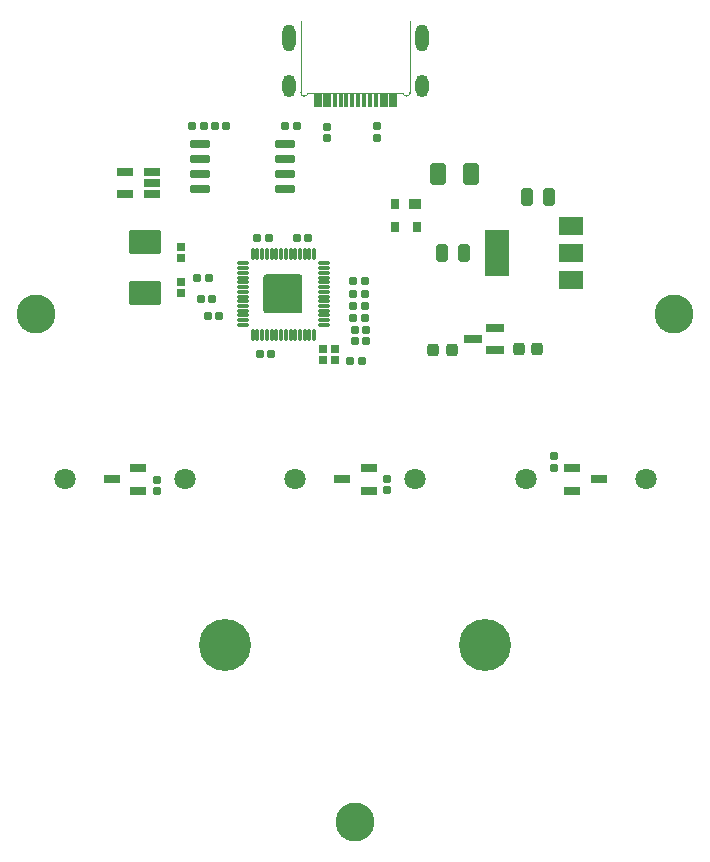
<source format=gbr>
%TF.GenerationSoftware,KiCad,Pcbnew,(7.0.0-0)*%
%TF.CreationDate,2023-03-14T22:07:24-05:00*%
%TF.ProjectId,RP2040_minimal,52503230-3430-45f6-9d69-6e696d616c2e,REV1*%
%TF.SameCoordinates,Original*%
%TF.FileFunction,Soldermask,Top*%
%TF.FilePolarity,Negative*%
%FSLAX46Y46*%
G04 Gerber Fmt 4.6, Leading zero omitted, Abs format (unit mm)*
G04 Created by KiCad (PCBNEW (7.0.0-0)) date 2023-03-14 22:07:24*
%MOMM*%
%LPD*%
G01*
G04 APERTURE LIST*
G04 Aperture macros list*
%AMRoundRect*
0 Rectangle with rounded corners*
0 $1 Rounding radius*
0 $2 $3 $4 $5 $6 $7 $8 $9 X,Y pos of 4 corners*
0 Add a 4 corners polygon primitive as box body*
4,1,4,$2,$3,$4,$5,$6,$7,$8,$9,$2,$3,0*
0 Add four circle primitives for the rounded corners*
1,1,$1+$1,$2,$3*
1,1,$1+$1,$4,$5*
1,1,$1+$1,$6,$7*
1,1,$1+$1,$8,$9*
0 Add four rect primitives between the rounded corners*
20,1,$1+$1,$2,$3,$4,$5,0*
20,1,$1+$1,$4,$5,$6,$7,0*
20,1,$1+$1,$6,$7,$8,$9,0*
20,1,$1+$1,$8,$9,$2,$3,0*%
G04 Aperture macros list end*
%TA.AperFunction,Profile*%
%ADD10C,0.120000*%
%TD*%
%ADD11RoundRect,0.294750X0.243750X0.456250X-0.243750X0.456250X-0.243750X-0.456250X0.243750X-0.456250X0*%
%ADD12RoundRect,0.198500X-0.147500X-0.172500X0.147500X-0.172500X0.147500X0.172500X-0.147500X0.172500X0*%
%ADD13RoundRect,0.198500X0.147500X0.172500X-0.147500X0.172500X-0.147500X-0.172500X0.147500X-0.172500X0*%
%ADD14RoundRect,0.051000X1.000000X0.750000X-1.000000X0.750000X-1.000000X-0.750000X1.000000X-0.750000X0*%
%ADD15RoundRect,0.051000X1.000000X1.900000X-1.000000X1.900000X-1.000000X-1.900000X1.000000X-1.900000X0*%
%ADD16RoundRect,0.201000X-0.650000X-0.150000X0.650000X-0.150000X0.650000X0.150000X-0.650000X0.150000X0*%
%ADD17RoundRect,0.198500X-0.172500X0.147500X-0.172500X-0.147500X0.172500X-0.147500X0.172500X0.147500X0*%
%ADD18RoundRect,0.101000X-0.050000X0.387500X-0.050000X-0.387500X0.050000X-0.387500X0.050000X0.387500X0*%
%ADD19RoundRect,0.101000X-0.387500X0.050000X-0.387500X-0.050000X0.387500X-0.050000X0.387500X0.050000X0*%
%ADD20RoundRect,0.195000X-1.456000X1.456000X-1.456000X-1.456000X1.456000X-1.456000X1.456000X1.456000X0*%
%ADD21RoundRect,0.198500X0.172500X-0.147500X0.172500X0.147500X-0.172500X0.147500X-0.172500X-0.147500X0*%
%ADD22RoundRect,0.051000X-1.300000X0.950000X-1.300000X-0.950000X1.300000X-0.950000X1.300000X0.950000X0*%
%ADD23RoundRect,0.191000X0.140000X0.170000X-0.140000X0.170000X-0.140000X-0.170000X0.140000X-0.170000X0*%
%ADD24RoundRect,0.201000X0.512500X0.150000X-0.512500X0.150000X-0.512500X-0.150000X0.512500X-0.150000X0*%
%ADD25RoundRect,0.276000X0.225000X0.250000X-0.225000X0.250000X-0.225000X-0.250000X0.225000X-0.250000X0*%
%ADD26RoundRect,0.201000X-0.512500X-0.150000X0.512500X-0.150000X0.512500X0.150000X-0.512500X0.150000X0*%
%ADD27RoundRect,0.050000X0.500000X0.350000X-0.500000X0.350000X-0.500000X-0.350000X0.500000X-0.350000X0*%
%ADD28RoundRect,0.050000X0.300000X0.350000X-0.300000X0.350000X-0.300000X-0.350000X0.300000X-0.350000X0*%
%ADD29RoundRect,0.201000X0.587500X0.150000X-0.587500X0.150000X-0.587500X-0.150000X0.587500X-0.150000X0*%
%ADD30RoundRect,0.191000X-0.170000X0.140000X-0.170000X-0.140000X0.170000X-0.140000X0.170000X0.140000X0*%
%ADD31RoundRect,0.191000X-0.140000X-0.170000X0.140000X-0.170000X0.140000X0.170000X-0.140000X0.170000X0*%
%ADD32RoundRect,0.051000X0.300000X0.575000X-0.300000X0.575000X-0.300000X-0.575000X0.300000X-0.575000X0*%
%ADD33RoundRect,0.051000X0.150000X0.575000X-0.150000X0.575000X-0.150000X-0.575000X0.150000X-0.575000X0*%
%ADD34O,1.102000X1.902000*%
%ADD35O,1.102000X2.302000*%
%ADD36RoundRect,0.301000X-0.375000X-0.625000X0.375000X-0.625000X0.375000X0.625000X-0.375000X0.625000X0*%
%ADD37C,3.302000*%
%ADD38C,1.802000*%
%ADD39C,4.402000*%
G04 APERTURE END LIST*
D10*
%TO.C,P1*%
X4620000Y32750000D02*
X4625000Y38850000D01*
X4025000Y32725000D02*
X-4025000Y32725000D01*
X-4620000Y32750000D02*
X-4620000Y38850000D01*
X4025000Y32725000D02*
G75*
G03*
X4620000Y32750000I297500J12500D01*
G01*
X-4620000Y32750000D02*
G75*
G03*
X-4025000Y32725000I297500J-12500D01*
G01*
%TD*%
D11*
%TO.C,C2*%
X9207500Y19210000D03*
X7332500Y19210000D03*
%TD*%
D12*
%TO.C,C12*%
X-45000Y11682500D03*
X925000Y11682500D03*
%TD*%
%TO.C,C11*%
X-45000Y12682500D03*
X925000Y12682500D03*
%TD*%
D13*
%TO.C,C8*%
X-7115000Y10635000D03*
X-8085000Y10635000D03*
%TD*%
D14*
%TO.C,U1*%
X18280000Y16880000D03*
X18280000Y19180000D03*
D15*
X11980000Y19180000D03*
D14*
X18280000Y21480000D03*
%TD*%
D16*
%TO.C,U4*%
X-13155000Y28412500D03*
X-13155000Y27142500D03*
X-13155000Y25872500D03*
X-13155000Y24602500D03*
X-5955000Y24602500D03*
X-5955000Y25872500D03*
X-5955000Y27142500D03*
X-5955000Y28412500D03*
%TD*%
D17*
%TO.C,C17*%
X-14792519Y16724000D03*
X-14792519Y15754000D03*
%TD*%
D12*
%TO.C,C5*%
X-160000Y15715000D03*
X810000Y15715000D03*
%TD*%
D13*
%TO.C,C7*%
X-3992500Y20402500D03*
X-4962500Y20402500D03*
%TD*%
%TO.C,C10*%
X-12114008Y15280000D03*
X-13084008Y15280000D03*
%TD*%
%TO.C,R5*%
X810876Y14697500D03*
X-159124Y14697500D03*
%TD*%
%TO.C,C4*%
X-11520000Y13832500D03*
X-12490000Y13832500D03*
%TD*%
D11*
%TO.C,C1*%
X16387500Y23940000D03*
X14512500Y23940000D03*
%TD*%
D13*
%TO.C,C6*%
X-7342500Y20432500D03*
X-8312500Y20432500D03*
%TD*%
D18*
%TO.C,U5*%
X-3485000Y19122500D03*
X-3885000Y19122500D03*
X-4285000Y19122500D03*
X-4685000Y19122500D03*
X-5085000Y19122500D03*
X-5485000Y19122500D03*
X-5885000Y19122500D03*
X-6285000Y19122500D03*
X-6685000Y19122500D03*
X-7085000Y19122500D03*
X-7485000Y19122500D03*
X-7885000Y19122500D03*
X-8285000Y19122500D03*
X-8685000Y19122500D03*
D19*
X-9522500Y18285000D03*
X-9522500Y17885000D03*
X-9522500Y17485000D03*
X-9522500Y17085000D03*
X-9522500Y16685000D03*
X-9522500Y16285000D03*
X-9522500Y15885000D03*
X-9522500Y15485000D03*
X-9522500Y15085000D03*
X-9522500Y14685000D03*
X-9522500Y14285000D03*
X-9522500Y13885000D03*
X-9522500Y13485000D03*
X-9522500Y13085000D03*
D18*
X-8685000Y12247500D03*
X-8285000Y12247500D03*
X-7885000Y12247500D03*
X-7485000Y12247500D03*
X-7085000Y12247500D03*
X-6685000Y12247500D03*
X-6285000Y12247500D03*
X-5885000Y12247500D03*
X-5485000Y12247500D03*
X-5085000Y12247500D03*
X-4685000Y12247500D03*
X-4285000Y12247500D03*
X-3885000Y12247500D03*
X-3485000Y12247500D03*
D19*
X-2647500Y13085000D03*
X-2647500Y13485000D03*
X-2647500Y13885000D03*
X-2647500Y14285000D03*
X-2647500Y14685000D03*
X-2647500Y15085000D03*
X-2647500Y15485000D03*
X-2647500Y15885000D03*
X-2647500Y16285000D03*
X-2647500Y16685000D03*
X-2647500Y17085000D03*
X-2647500Y17485000D03*
X-2647500Y17885000D03*
X-2647500Y18285000D03*
D20*
X-6085000Y15685000D03*
%TD*%
D21*
%TO.C,C16*%
X-14792519Y18724000D03*
X-14792519Y19694000D03*
%TD*%
D13*
%TO.C,R6*%
X810876Y13697500D03*
X-159124Y13697500D03*
%TD*%
D12*
%TO.C,C3*%
X-170000Y16795000D03*
X800000Y16795000D03*
%TD*%
%TO.C,C15*%
X-5940000Y29907500D03*
X-4970000Y29907500D03*
%TD*%
D13*
%TO.C,R8*%
X-12422519Y17024000D03*
X-13392519Y17024000D03*
%TD*%
D22*
%TO.C,Y1*%
X-17816838Y20112500D03*
X-17816838Y15812500D03*
%TD*%
D23*
%TO.C,R9*%
X-10910000Y29930000D03*
X-11870000Y29930000D03*
%TD*%
D24*
%TO.C,Q1*%
X-17220000Y24160000D03*
X-17220000Y25110000D03*
X-17220000Y26060000D03*
X-19495000Y26060000D03*
X-19495000Y24160000D03*
%TD*%
D25*
%TO.C,R4*%
X8165000Y10920000D03*
X6615000Y10920000D03*
%TD*%
D26*
%TO.C,S3*%
X18362500Y950000D03*
X18362500Y-950000D03*
X20637500Y0D03*
%TD*%
D25*
%TO.C,R1*%
X15375000Y11020000D03*
X13825000Y11020000D03*
%TD*%
D27*
%TO.C,U3*%
X5040000Y23335000D03*
D28*
X3340000Y23335000D03*
X3340000Y21335000D03*
X5240000Y21335000D03*
%TD*%
D24*
%TO.C,S2*%
X1137500Y-950000D03*
X1137500Y950000D03*
X-1137500Y0D03*
%TD*%
D29*
%TO.C,U2*%
X11805000Y10960000D03*
X11805000Y12860000D03*
X9930000Y11910000D03*
%TD*%
D30*
%TO.C,R2*%
X1854000Y29896000D03*
X1854000Y28936000D03*
%TD*%
D12*
%TO.C,C14*%
X-445000Y10050000D03*
X525000Y10050000D03*
%TD*%
D24*
%TO.C,S1*%
X-18362500Y-950000D03*
X-18362500Y950000D03*
X-20637500Y0D03*
%TD*%
D30*
%TO.C,C18*%
X-16810000Y-20000D03*
X-16810000Y-980000D03*
%TD*%
D17*
%TO.C,C9*%
X-2775000Y11057500D03*
X-2775000Y10087500D03*
%TD*%
%TO.C,C13*%
X-1745000Y11057500D03*
X-1745000Y10087500D03*
%TD*%
D30*
%TO.C,C20*%
X16840000Y1956000D03*
X16840000Y996000D03*
%TD*%
%TO.C,R3*%
X-2430000Y29880000D03*
X-2430000Y28920000D03*
%TD*%
%TO.C,C19*%
X2700000Y40000D03*
X2700000Y-920000D03*
%TD*%
D31*
%TO.C,R7*%
X-13810000Y29940000D03*
X-12850000Y29940000D03*
%TD*%
D32*
%TO.C,P1*%
X3200000Y32125000D03*
X2400000Y32125000D03*
D33*
X1250000Y32125000D03*
X250000Y32125000D03*
X-250000Y32125000D03*
X-1250000Y32125000D03*
D32*
X-2400000Y32125000D03*
X-3200000Y32125000D03*
X-3200000Y32125000D03*
X-2400000Y32125000D03*
D33*
X-1750000Y32125000D03*
X-750000Y32125000D03*
X750000Y32125000D03*
X1750000Y32125000D03*
D32*
X2400000Y32125000D03*
X3200000Y32125000D03*
D34*
X5619999Y33349999D03*
D35*
X5619999Y37349999D03*
D34*
X-5619999Y33349999D03*
D35*
X-5619999Y37349999D03*
%TD*%
D36*
%TO.C,F1*%
X7030000Y25840000D03*
X9830000Y25840000D03*
%TD*%
D37*
%TO.C,H3*%
X0Y-29000000D03*
%TD*%
D38*
%TO.C,REF\u002A\u002A*%
X24580000Y0D03*
X14420000Y0D03*
%TD*%
%TO.C,REF\u002A\u002A*%
X5080000Y0D03*
X-5080000Y0D03*
%TD*%
D37*
%TO.C,H2*%
X-27000000Y14000000D03*
%TD*%
%TO.C,H1*%
X27000000Y14000000D03*
%TD*%
D38*
%TO.C,REF\u002A\u002A*%
X-14420000Y0D03*
X-24580000Y0D03*
%TD*%
D39*
%TO.C,H4*%
X-11000000Y-14000000D03*
%TD*%
%TO.C,H5*%
X11000000Y-14000000D03*
%TD*%
M02*

</source>
